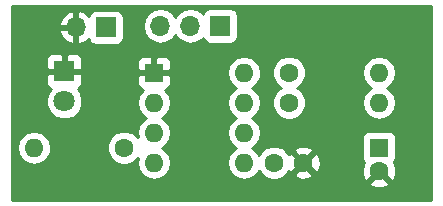
<source format=gbr>
G04 #@! TF.FileFunction,Copper,L1,Top,Signal*
%FSLAX46Y46*%
G04 Gerber Fmt 4.6, Leading zero omitted, Abs format (unit mm)*
G04 Created by KiCad (PCBNEW 4.0.7) date 01/31/18 00:14:42*
%MOMM*%
%LPD*%
G01*
G04 APERTURE LIST*
%ADD10C,0.100000*%
%ADD11R,1.700000X1.700000*%
%ADD12O,1.700000X1.700000*%
%ADD13C,1.600000*%
%ADD14R,1.600000X1.600000*%
%ADD15R,1.800000X1.800000*%
%ADD16C,1.800000*%
%ADD17O,1.600000X1.600000*%
%ADD18C,0.254000*%
G04 APERTURE END LIST*
D10*
D11*
X154686000Y-106654600D03*
D12*
X152146000Y-106654600D03*
D13*
X168910000Y-118110000D03*
X171410000Y-118110000D03*
D14*
X177800000Y-116840000D03*
D13*
X177800000Y-118840000D03*
D15*
X151155400Y-110363000D03*
D16*
X151155400Y-112903000D03*
D13*
X156210000Y-116840000D03*
D17*
X148590000Y-116840000D03*
D13*
X170180000Y-110490000D03*
D17*
X177800000Y-110490000D03*
D13*
X170180000Y-113030000D03*
D17*
X177800000Y-113030000D03*
D14*
X158750000Y-110490000D03*
D17*
X166370000Y-118110000D03*
X158750000Y-113030000D03*
X166370000Y-115570000D03*
X158750000Y-115570000D03*
X166370000Y-113030000D03*
X158750000Y-118110000D03*
X166370000Y-110490000D03*
D11*
X164363400Y-106527600D03*
D12*
X161823400Y-106527600D03*
X159283400Y-106527600D03*
D18*
G36*
X182195000Y-121235000D02*
X146735000Y-121235000D01*
X146735000Y-119847745D01*
X176971861Y-119847745D01*
X177045995Y-120093864D01*
X177583223Y-120286965D01*
X178153454Y-120259778D01*
X178554005Y-120093864D01*
X178628139Y-119847745D01*
X177800000Y-119019605D01*
X176971861Y-119847745D01*
X146735000Y-119847745D01*
X146735000Y-116840000D01*
X147126887Y-116840000D01*
X147236120Y-117389151D01*
X147547189Y-117854698D01*
X148012736Y-118165767D01*
X148561887Y-118275000D01*
X148618113Y-118275000D01*
X149167264Y-118165767D01*
X149632811Y-117854698D01*
X149943880Y-117389151D01*
X149996584Y-117124187D01*
X154774752Y-117124187D01*
X154992757Y-117651800D01*
X155396077Y-118055824D01*
X155923309Y-118274750D01*
X156494187Y-118275248D01*
X157021800Y-118057243D01*
X157365660Y-117713982D01*
X157286887Y-118110000D01*
X157396120Y-118659151D01*
X157707189Y-119124698D01*
X158172736Y-119435767D01*
X158721887Y-119545000D01*
X158778113Y-119545000D01*
X159327264Y-119435767D01*
X159792811Y-119124698D01*
X160103880Y-118659151D01*
X160213113Y-118110000D01*
X160103880Y-117560849D01*
X159792811Y-117095302D01*
X159410725Y-116840000D01*
X159792811Y-116584698D01*
X160103880Y-116119151D01*
X160213113Y-115570000D01*
X160103880Y-115020849D01*
X159792811Y-114555302D01*
X159410725Y-114300000D01*
X159792811Y-114044698D01*
X160103880Y-113579151D01*
X160213113Y-113030000D01*
X160103880Y-112480849D01*
X159792811Y-112015302D01*
X159657665Y-111925000D01*
X159676309Y-111925000D01*
X159909698Y-111828327D01*
X160088327Y-111649699D01*
X160185000Y-111416310D01*
X160185000Y-110775750D01*
X160026250Y-110617000D01*
X158877000Y-110617000D01*
X158877000Y-110637000D01*
X158623000Y-110637000D01*
X158623000Y-110617000D01*
X157473750Y-110617000D01*
X157315000Y-110775750D01*
X157315000Y-111416310D01*
X157411673Y-111649699D01*
X157590302Y-111828327D01*
X157823691Y-111925000D01*
X157842335Y-111925000D01*
X157707189Y-112015302D01*
X157396120Y-112480849D01*
X157286887Y-113030000D01*
X157396120Y-113579151D01*
X157707189Y-114044698D01*
X158089275Y-114300000D01*
X157707189Y-114555302D01*
X157396120Y-115020849D01*
X157286887Y-115570000D01*
X157365782Y-115966632D01*
X157023923Y-115624176D01*
X156496691Y-115405250D01*
X155925813Y-115404752D01*
X155398200Y-115622757D01*
X154994176Y-116026077D01*
X154775250Y-116553309D01*
X154774752Y-117124187D01*
X149996584Y-117124187D01*
X150053113Y-116840000D01*
X149943880Y-116290849D01*
X149632811Y-115825302D01*
X149167264Y-115514233D01*
X148618113Y-115405000D01*
X148561887Y-115405000D01*
X148012736Y-115514233D01*
X147547189Y-115825302D01*
X147236120Y-116290849D01*
X147126887Y-116840000D01*
X146735000Y-116840000D01*
X146735000Y-113206991D01*
X149620135Y-113206991D01*
X149853332Y-113771371D01*
X150284757Y-114203551D01*
X150848730Y-114437733D01*
X151459391Y-114438265D01*
X152023771Y-114205068D01*
X152455951Y-113773643D01*
X152690133Y-113209670D01*
X152690665Y-112599009D01*
X152457468Y-112034629D01*
X152280308Y-111857159D01*
X152415099Y-111801327D01*
X152593727Y-111622698D01*
X152690400Y-111389309D01*
X152690400Y-110648750D01*
X152531650Y-110490000D01*
X164906887Y-110490000D01*
X165016120Y-111039151D01*
X165327189Y-111504698D01*
X165709275Y-111760000D01*
X165327189Y-112015302D01*
X165016120Y-112480849D01*
X164906887Y-113030000D01*
X165016120Y-113579151D01*
X165327189Y-114044698D01*
X165709275Y-114300000D01*
X165327189Y-114555302D01*
X165016120Y-115020849D01*
X164906887Y-115570000D01*
X165016120Y-116119151D01*
X165327189Y-116584698D01*
X165709275Y-116840000D01*
X165327189Y-117095302D01*
X165016120Y-117560849D01*
X164906887Y-118110000D01*
X165016120Y-118659151D01*
X165327189Y-119124698D01*
X165792736Y-119435767D01*
X166341887Y-119545000D01*
X166398113Y-119545000D01*
X166947264Y-119435767D01*
X167412811Y-119124698D01*
X167637592Y-118788290D01*
X167692757Y-118921800D01*
X168096077Y-119325824D01*
X168623309Y-119544750D01*
X169194187Y-119545248D01*
X169721800Y-119327243D01*
X169931663Y-119117745D01*
X170581861Y-119117745D01*
X170655995Y-119363864D01*
X171193223Y-119556965D01*
X171763454Y-119529778D01*
X172164005Y-119363864D01*
X172238139Y-119117745D01*
X171410000Y-118289605D01*
X170581861Y-119117745D01*
X169931663Y-119117745D01*
X170125824Y-118923923D01*
X170153423Y-118857456D01*
X170156136Y-118864005D01*
X170402255Y-118938139D01*
X171230395Y-118110000D01*
X171589605Y-118110000D01*
X172417745Y-118938139D01*
X172663864Y-118864005D01*
X172856965Y-118326777D01*
X172829778Y-117756546D01*
X172663864Y-117355995D01*
X172417745Y-117281861D01*
X171589605Y-118110000D01*
X171230395Y-118110000D01*
X170402255Y-117281861D01*
X170156136Y-117355995D01*
X170153804Y-117362483D01*
X170127243Y-117298200D01*
X169931640Y-117102255D01*
X170581861Y-117102255D01*
X171410000Y-117930395D01*
X172238139Y-117102255D01*
X172164005Y-116856136D01*
X171626777Y-116663035D01*
X171056546Y-116690222D01*
X170655995Y-116856136D01*
X170581861Y-117102255D01*
X169931640Y-117102255D01*
X169723923Y-116894176D01*
X169196691Y-116675250D01*
X168625813Y-116674752D01*
X168098200Y-116892757D01*
X167694176Y-117296077D01*
X167637755Y-117431954D01*
X167412811Y-117095302D01*
X167030725Y-116840000D01*
X167412811Y-116584698D01*
X167723880Y-116119151D01*
X167739624Y-116040000D01*
X176352560Y-116040000D01*
X176352560Y-117640000D01*
X176396838Y-117875317D01*
X176535910Y-118091441D01*
X176542548Y-118095977D01*
X176353035Y-118623223D01*
X176380222Y-119193454D01*
X176546136Y-119594005D01*
X176792255Y-119668139D01*
X177620395Y-118840000D01*
X177606252Y-118825858D01*
X177785858Y-118646253D01*
X177800000Y-118660395D01*
X177814143Y-118646253D01*
X177993748Y-118825858D01*
X177979605Y-118840000D01*
X178807745Y-119668139D01*
X179053864Y-119594005D01*
X179246965Y-119056777D01*
X179219778Y-118486546D01*
X179057616Y-118095053D01*
X179196431Y-117891890D01*
X179247440Y-117640000D01*
X179247440Y-116040000D01*
X179203162Y-115804683D01*
X179064090Y-115588559D01*
X178851890Y-115443569D01*
X178600000Y-115392560D01*
X177000000Y-115392560D01*
X176764683Y-115436838D01*
X176548559Y-115575910D01*
X176403569Y-115788110D01*
X176352560Y-116040000D01*
X167739624Y-116040000D01*
X167833113Y-115570000D01*
X167723880Y-115020849D01*
X167412811Y-114555302D01*
X167030725Y-114300000D01*
X167412811Y-114044698D01*
X167723880Y-113579151D01*
X167833113Y-113030000D01*
X167723880Y-112480849D01*
X167412811Y-112015302D01*
X167030725Y-111760000D01*
X167412811Y-111504698D01*
X167723880Y-111039151D01*
X167776584Y-110774187D01*
X168744752Y-110774187D01*
X168962757Y-111301800D01*
X169366077Y-111705824D01*
X169496215Y-111759862D01*
X169368200Y-111812757D01*
X168964176Y-112216077D01*
X168745250Y-112743309D01*
X168744752Y-113314187D01*
X168962757Y-113841800D01*
X169366077Y-114245824D01*
X169893309Y-114464750D01*
X170464187Y-114465248D01*
X170991800Y-114247243D01*
X171395824Y-113843923D01*
X171614750Y-113316691D01*
X171615248Y-112745813D01*
X171397243Y-112218200D01*
X170993923Y-111814176D01*
X170863785Y-111760138D01*
X170991800Y-111707243D01*
X171395824Y-111303923D01*
X171614750Y-110776691D01*
X171615000Y-110490000D01*
X176336887Y-110490000D01*
X176446120Y-111039151D01*
X176757189Y-111504698D01*
X177139275Y-111760000D01*
X176757189Y-112015302D01*
X176446120Y-112480849D01*
X176336887Y-113030000D01*
X176446120Y-113579151D01*
X176757189Y-114044698D01*
X177222736Y-114355767D01*
X177771887Y-114465000D01*
X177828113Y-114465000D01*
X178377264Y-114355767D01*
X178842811Y-114044698D01*
X179153880Y-113579151D01*
X179263113Y-113030000D01*
X179153880Y-112480849D01*
X178842811Y-112015302D01*
X178460725Y-111760000D01*
X178842811Y-111504698D01*
X179153880Y-111039151D01*
X179263113Y-110490000D01*
X179153880Y-109940849D01*
X178842811Y-109475302D01*
X178377264Y-109164233D01*
X177828113Y-109055000D01*
X177771887Y-109055000D01*
X177222736Y-109164233D01*
X176757189Y-109475302D01*
X176446120Y-109940849D01*
X176336887Y-110490000D01*
X171615000Y-110490000D01*
X171615248Y-110205813D01*
X171397243Y-109678200D01*
X170993923Y-109274176D01*
X170466691Y-109055250D01*
X169895813Y-109054752D01*
X169368200Y-109272757D01*
X168964176Y-109676077D01*
X168745250Y-110203309D01*
X168744752Y-110774187D01*
X167776584Y-110774187D01*
X167833113Y-110490000D01*
X167723880Y-109940849D01*
X167412811Y-109475302D01*
X166947264Y-109164233D01*
X166398113Y-109055000D01*
X166341887Y-109055000D01*
X165792736Y-109164233D01*
X165327189Y-109475302D01*
X165016120Y-109940849D01*
X164906887Y-110490000D01*
X152531650Y-110490000D01*
X151282400Y-110490000D01*
X151282400Y-110510000D01*
X151028400Y-110510000D01*
X151028400Y-110490000D01*
X149779150Y-110490000D01*
X149620400Y-110648750D01*
X149620400Y-111389309D01*
X149717073Y-111622698D01*
X149895701Y-111801327D01*
X150030394Y-111857119D01*
X149854849Y-112032357D01*
X149620667Y-112596330D01*
X149620135Y-113206991D01*
X146735000Y-113206991D01*
X146735000Y-109336691D01*
X149620400Y-109336691D01*
X149620400Y-110077250D01*
X149779150Y-110236000D01*
X151028400Y-110236000D01*
X151028400Y-108986750D01*
X151282400Y-108986750D01*
X151282400Y-110236000D01*
X152531650Y-110236000D01*
X152690400Y-110077250D01*
X152690400Y-109563690D01*
X157315000Y-109563690D01*
X157315000Y-110204250D01*
X157473750Y-110363000D01*
X158623000Y-110363000D01*
X158623000Y-109213750D01*
X158877000Y-109213750D01*
X158877000Y-110363000D01*
X160026250Y-110363000D01*
X160185000Y-110204250D01*
X160185000Y-109563690D01*
X160088327Y-109330301D01*
X159909698Y-109151673D01*
X159676309Y-109055000D01*
X159035750Y-109055000D01*
X158877000Y-109213750D01*
X158623000Y-109213750D01*
X158464250Y-109055000D01*
X157823691Y-109055000D01*
X157590302Y-109151673D01*
X157411673Y-109330301D01*
X157315000Y-109563690D01*
X152690400Y-109563690D01*
X152690400Y-109336691D01*
X152593727Y-109103302D01*
X152415099Y-108924673D01*
X152181710Y-108828000D01*
X151441150Y-108828000D01*
X151282400Y-108986750D01*
X151028400Y-108986750D01*
X150869650Y-108828000D01*
X150129090Y-108828000D01*
X149895701Y-108924673D01*
X149717073Y-109103302D01*
X149620400Y-109336691D01*
X146735000Y-109336691D01*
X146735000Y-107011492D01*
X150704514Y-107011492D01*
X150950817Y-107535958D01*
X151379076Y-107926245D01*
X151789110Y-108096076D01*
X152019000Y-107974755D01*
X152019000Y-106781600D01*
X150825181Y-106781600D01*
X150704514Y-107011492D01*
X146735000Y-107011492D01*
X146735000Y-106297708D01*
X150704514Y-106297708D01*
X150825181Y-106527600D01*
X152019000Y-106527600D01*
X152019000Y-105334445D01*
X152273000Y-105334445D01*
X152273000Y-106527600D01*
X152293000Y-106527600D01*
X152293000Y-106781600D01*
X152273000Y-106781600D01*
X152273000Y-107974755D01*
X152502890Y-108096076D01*
X152912924Y-107926245D01*
X153215937Y-107650099D01*
X153232838Y-107739917D01*
X153371910Y-107956041D01*
X153584110Y-108101031D01*
X153836000Y-108152040D01*
X155536000Y-108152040D01*
X155771317Y-108107762D01*
X155987441Y-107968690D01*
X156132431Y-107756490D01*
X156183440Y-107504600D01*
X156183440Y-106498507D01*
X157798400Y-106498507D01*
X157798400Y-106556693D01*
X157911439Y-107124978D01*
X158233346Y-107606747D01*
X158715115Y-107928654D01*
X159283400Y-108041693D01*
X159851685Y-107928654D01*
X160333454Y-107606747D01*
X160553400Y-107277574D01*
X160773346Y-107606747D01*
X161255115Y-107928654D01*
X161823400Y-108041693D01*
X162391685Y-107928654D01*
X162873454Y-107606747D01*
X162901250Y-107565148D01*
X162910238Y-107612917D01*
X163049310Y-107829041D01*
X163261510Y-107974031D01*
X163513400Y-108025040D01*
X165213400Y-108025040D01*
X165448717Y-107980762D01*
X165664841Y-107841690D01*
X165809831Y-107629490D01*
X165860840Y-107377600D01*
X165860840Y-105677600D01*
X165816562Y-105442283D01*
X165677490Y-105226159D01*
X165465290Y-105081169D01*
X165213400Y-105030160D01*
X163513400Y-105030160D01*
X163278083Y-105074438D01*
X163061959Y-105213510D01*
X162916969Y-105425710D01*
X162903314Y-105493141D01*
X162873454Y-105448453D01*
X162391685Y-105126546D01*
X161823400Y-105013507D01*
X161255115Y-105126546D01*
X160773346Y-105448453D01*
X160553400Y-105777626D01*
X160333454Y-105448453D01*
X159851685Y-105126546D01*
X159283400Y-105013507D01*
X158715115Y-105126546D01*
X158233346Y-105448453D01*
X157911439Y-105930222D01*
X157798400Y-106498507D01*
X156183440Y-106498507D01*
X156183440Y-105804600D01*
X156139162Y-105569283D01*
X156000090Y-105353159D01*
X155787890Y-105208169D01*
X155536000Y-105157160D01*
X153836000Y-105157160D01*
X153600683Y-105201438D01*
X153384559Y-105340510D01*
X153239569Y-105552710D01*
X153217699Y-105660707D01*
X152912924Y-105382955D01*
X152502890Y-105213124D01*
X152273000Y-105334445D01*
X152019000Y-105334445D01*
X151789110Y-105213124D01*
X151379076Y-105382955D01*
X150950817Y-105773242D01*
X150704514Y-106297708D01*
X146735000Y-106297708D01*
X146735000Y-104825000D01*
X182195000Y-104825000D01*
X182195000Y-121235000D01*
X182195000Y-121235000D01*
G37*
X182195000Y-121235000D02*
X146735000Y-121235000D01*
X146735000Y-119847745D01*
X176971861Y-119847745D01*
X177045995Y-120093864D01*
X177583223Y-120286965D01*
X178153454Y-120259778D01*
X178554005Y-120093864D01*
X178628139Y-119847745D01*
X177800000Y-119019605D01*
X176971861Y-119847745D01*
X146735000Y-119847745D01*
X146735000Y-116840000D01*
X147126887Y-116840000D01*
X147236120Y-117389151D01*
X147547189Y-117854698D01*
X148012736Y-118165767D01*
X148561887Y-118275000D01*
X148618113Y-118275000D01*
X149167264Y-118165767D01*
X149632811Y-117854698D01*
X149943880Y-117389151D01*
X149996584Y-117124187D01*
X154774752Y-117124187D01*
X154992757Y-117651800D01*
X155396077Y-118055824D01*
X155923309Y-118274750D01*
X156494187Y-118275248D01*
X157021800Y-118057243D01*
X157365660Y-117713982D01*
X157286887Y-118110000D01*
X157396120Y-118659151D01*
X157707189Y-119124698D01*
X158172736Y-119435767D01*
X158721887Y-119545000D01*
X158778113Y-119545000D01*
X159327264Y-119435767D01*
X159792811Y-119124698D01*
X160103880Y-118659151D01*
X160213113Y-118110000D01*
X160103880Y-117560849D01*
X159792811Y-117095302D01*
X159410725Y-116840000D01*
X159792811Y-116584698D01*
X160103880Y-116119151D01*
X160213113Y-115570000D01*
X160103880Y-115020849D01*
X159792811Y-114555302D01*
X159410725Y-114300000D01*
X159792811Y-114044698D01*
X160103880Y-113579151D01*
X160213113Y-113030000D01*
X160103880Y-112480849D01*
X159792811Y-112015302D01*
X159657665Y-111925000D01*
X159676309Y-111925000D01*
X159909698Y-111828327D01*
X160088327Y-111649699D01*
X160185000Y-111416310D01*
X160185000Y-110775750D01*
X160026250Y-110617000D01*
X158877000Y-110617000D01*
X158877000Y-110637000D01*
X158623000Y-110637000D01*
X158623000Y-110617000D01*
X157473750Y-110617000D01*
X157315000Y-110775750D01*
X157315000Y-111416310D01*
X157411673Y-111649699D01*
X157590302Y-111828327D01*
X157823691Y-111925000D01*
X157842335Y-111925000D01*
X157707189Y-112015302D01*
X157396120Y-112480849D01*
X157286887Y-113030000D01*
X157396120Y-113579151D01*
X157707189Y-114044698D01*
X158089275Y-114300000D01*
X157707189Y-114555302D01*
X157396120Y-115020849D01*
X157286887Y-115570000D01*
X157365782Y-115966632D01*
X157023923Y-115624176D01*
X156496691Y-115405250D01*
X155925813Y-115404752D01*
X155398200Y-115622757D01*
X154994176Y-116026077D01*
X154775250Y-116553309D01*
X154774752Y-117124187D01*
X149996584Y-117124187D01*
X150053113Y-116840000D01*
X149943880Y-116290849D01*
X149632811Y-115825302D01*
X149167264Y-115514233D01*
X148618113Y-115405000D01*
X148561887Y-115405000D01*
X148012736Y-115514233D01*
X147547189Y-115825302D01*
X147236120Y-116290849D01*
X147126887Y-116840000D01*
X146735000Y-116840000D01*
X146735000Y-113206991D01*
X149620135Y-113206991D01*
X149853332Y-113771371D01*
X150284757Y-114203551D01*
X150848730Y-114437733D01*
X151459391Y-114438265D01*
X152023771Y-114205068D01*
X152455951Y-113773643D01*
X152690133Y-113209670D01*
X152690665Y-112599009D01*
X152457468Y-112034629D01*
X152280308Y-111857159D01*
X152415099Y-111801327D01*
X152593727Y-111622698D01*
X152690400Y-111389309D01*
X152690400Y-110648750D01*
X152531650Y-110490000D01*
X164906887Y-110490000D01*
X165016120Y-111039151D01*
X165327189Y-111504698D01*
X165709275Y-111760000D01*
X165327189Y-112015302D01*
X165016120Y-112480849D01*
X164906887Y-113030000D01*
X165016120Y-113579151D01*
X165327189Y-114044698D01*
X165709275Y-114300000D01*
X165327189Y-114555302D01*
X165016120Y-115020849D01*
X164906887Y-115570000D01*
X165016120Y-116119151D01*
X165327189Y-116584698D01*
X165709275Y-116840000D01*
X165327189Y-117095302D01*
X165016120Y-117560849D01*
X164906887Y-118110000D01*
X165016120Y-118659151D01*
X165327189Y-119124698D01*
X165792736Y-119435767D01*
X166341887Y-119545000D01*
X166398113Y-119545000D01*
X166947264Y-119435767D01*
X167412811Y-119124698D01*
X167637592Y-118788290D01*
X167692757Y-118921800D01*
X168096077Y-119325824D01*
X168623309Y-119544750D01*
X169194187Y-119545248D01*
X169721800Y-119327243D01*
X169931663Y-119117745D01*
X170581861Y-119117745D01*
X170655995Y-119363864D01*
X171193223Y-119556965D01*
X171763454Y-119529778D01*
X172164005Y-119363864D01*
X172238139Y-119117745D01*
X171410000Y-118289605D01*
X170581861Y-119117745D01*
X169931663Y-119117745D01*
X170125824Y-118923923D01*
X170153423Y-118857456D01*
X170156136Y-118864005D01*
X170402255Y-118938139D01*
X171230395Y-118110000D01*
X171589605Y-118110000D01*
X172417745Y-118938139D01*
X172663864Y-118864005D01*
X172856965Y-118326777D01*
X172829778Y-117756546D01*
X172663864Y-117355995D01*
X172417745Y-117281861D01*
X171589605Y-118110000D01*
X171230395Y-118110000D01*
X170402255Y-117281861D01*
X170156136Y-117355995D01*
X170153804Y-117362483D01*
X170127243Y-117298200D01*
X169931640Y-117102255D01*
X170581861Y-117102255D01*
X171410000Y-117930395D01*
X172238139Y-117102255D01*
X172164005Y-116856136D01*
X171626777Y-116663035D01*
X171056546Y-116690222D01*
X170655995Y-116856136D01*
X170581861Y-117102255D01*
X169931640Y-117102255D01*
X169723923Y-116894176D01*
X169196691Y-116675250D01*
X168625813Y-116674752D01*
X168098200Y-116892757D01*
X167694176Y-117296077D01*
X167637755Y-117431954D01*
X167412811Y-117095302D01*
X167030725Y-116840000D01*
X167412811Y-116584698D01*
X167723880Y-116119151D01*
X167739624Y-116040000D01*
X176352560Y-116040000D01*
X176352560Y-117640000D01*
X176396838Y-117875317D01*
X176535910Y-118091441D01*
X176542548Y-118095977D01*
X176353035Y-118623223D01*
X176380222Y-119193454D01*
X176546136Y-119594005D01*
X176792255Y-119668139D01*
X177620395Y-118840000D01*
X177606252Y-118825858D01*
X177785858Y-118646253D01*
X177800000Y-118660395D01*
X177814143Y-118646253D01*
X177993748Y-118825858D01*
X177979605Y-118840000D01*
X178807745Y-119668139D01*
X179053864Y-119594005D01*
X179246965Y-119056777D01*
X179219778Y-118486546D01*
X179057616Y-118095053D01*
X179196431Y-117891890D01*
X179247440Y-117640000D01*
X179247440Y-116040000D01*
X179203162Y-115804683D01*
X179064090Y-115588559D01*
X178851890Y-115443569D01*
X178600000Y-115392560D01*
X177000000Y-115392560D01*
X176764683Y-115436838D01*
X176548559Y-115575910D01*
X176403569Y-115788110D01*
X176352560Y-116040000D01*
X167739624Y-116040000D01*
X167833113Y-115570000D01*
X167723880Y-115020849D01*
X167412811Y-114555302D01*
X167030725Y-114300000D01*
X167412811Y-114044698D01*
X167723880Y-113579151D01*
X167833113Y-113030000D01*
X167723880Y-112480849D01*
X167412811Y-112015302D01*
X167030725Y-111760000D01*
X167412811Y-111504698D01*
X167723880Y-111039151D01*
X167776584Y-110774187D01*
X168744752Y-110774187D01*
X168962757Y-111301800D01*
X169366077Y-111705824D01*
X169496215Y-111759862D01*
X169368200Y-111812757D01*
X168964176Y-112216077D01*
X168745250Y-112743309D01*
X168744752Y-113314187D01*
X168962757Y-113841800D01*
X169366077Y-114245824D01*
X169893309Y-114464750D01*
X170464187Y-114465248D01*
X170991800Y-114247243D01*
X171395824Y-113843923D01*
X171614750Y-113316691D01*
X171615248Y-112745813D01*
X171397243Y-112218200D01*
X170993923Y-111814176D01*
X170863785Y-111760138D01*
X170991800Y-111707243D01*
X171395824Y-111303923D01*
X171614750Y-110776691D01*
X171615000Y-110490000D01*
X176336887Y-110490000D01*
X176446120Y-111039151D01*
X176757189Y-111504698D01*
X177139275Y-111760000D01*
X176757189Y-112015302D01*
X176446120Y-112480849D01*
X176336887Y-113030000D01*
X176446120Y-113579151D01*
X176757189Y-114044698D01*
X177222736Y-114355767D01*
X177771887Y-114465000D01*
X177828113Y-114465000D01*
X178377264Y-114355767D01*
X178842811Y-114044698D01*
X179153880Y-113579151D01*
X179263113Y-113030000D01*
X179153880Y-112480849D01*
X178842811Y-112015302D01*
X178460725Y-111760000D01*
X178842811Y-111504698D01*
X179153880Y-111039151D01*
X179263113Y-110490000D01*
X179153880Y-109940849D01*
X178842811Y-109475302D01*
X178377264Y-109164233D01*
X177828113Y-109055000D01*
X177771887Y-109055000D01*
X177222736Y-109164233D01*
X176757189Y-109475302D01*
X176446120Y-109940849D01*
X176336887Y-110490000D01*
X171615000Y-110490000D01*
X171615248Y-110205813D01*
X171397243Y-109678200D01*
X170993923Y-109274176D01*
X170466691Y-109055250D01*
X169895813Y-109054752D01*
X169368200Y-109272757D01*
X168964176Y-109676077D01*
X168745250Y-110203309D01*
X168744752Y-110774187D01*
X167776584Y-110774187D01*
X167833113Y-110490000D01*
X167723880Y-109940849D01*
X167412811Y-109475302D01*
X166947264Y-109164233D01*
X166398113Y-109055000D01*
X166341887Y-109055000D01*
X165792736Y-109164233D01*
X165327189Y-109475302D01*
X165016120Y-109940849D01*
X164906887Y-110490000D01*
X152531650Y-110490000D01*
X151282400Y-110490000D01*
X151282400Y-110510000D01*
X151028400Y-110510000D01*
X151028400Y-110490000D01*
X149779150Y-110490000D01*
X149620400Y-110648750D01*
X149620400Y-111389309D01*
X149717073Y-111622698D01*
X149895701Y-111801327D01*
X150030394Y-111857119D01*
X149854849Y-112032357D01*
X149620667Y-112596330D01*
X149620135Y-113206991D01*
X146735000Y-113206991D01*
X146735000Y-109336691D01*
X149620400Y-109336691D01*
X149620400Y-110077250D01*
X149779150Y-110236000D01*
X151028400Y-110236000D01*
X151028400Y-108986750D01*
X151282400Y-108986750D01*
X151282400Y-110236000D01*
X152531650Y-110236000D01*
X152690400Y-110077250D01*
X152690400Y-109563690D01*
X157315000Y-109563690D01*
X157315000Y-110204250D01*
X157473750Y-110363000D01*
X158623000Y-110363000D01*
X158623000Y-109213750D01*
X158877000Y-109213750D01*
X158877000Y-110363000D01*
X160026250Y-110363000D01*
X160185000Y-110204250D01*
X160185000Y-109563690D01*
X160088327Y-109330301D01*
X159909698Y-109151673D01*
X159676309Y-109055000D01*
X159035750Y-109055000D01*
X158877000Y-109213750D01*
X158623000Y-109213750D01*
X158464250Y-109055000D01*
X157823691Y-109055000D01*
X157590302Y-109151673D01*
X157411673Y-109330301D01*
X157315000Y-109563690D01*
X152690400Y-109563690D01*
X152690400Y-109336691D01*
X152593727Y-109103302D01*
X152415099Y-108924673D01*
X152181710Y-108828000D01*
X151441150Y-108828000D01*
X151282400Y-108986750D01*
X151028400Y-108986750D01*
X150869650Y-108828000D01*
X150129090Y-108828000D01*
X149895701Y-108924673D01*
X149717073Y-109103302D01*
X149620400Y-109336691D01*
X146735000Y-109336691D01*
X146735000Y-107011492D01*
X150704514Y-107011492D01*
X150950817Y-107535958D01*
X151379076Y-107926245D01*
X151789110Y-108096076D01*
X152019000Y-107974755D01*
X152019000Y-106781600D01*
X150825181Y-106781600D01*
X150704514Y-107011492D01*
X146735000Y-107011492D01*
X146735000Y-106297708D01*
X150704514Y-106297708D01*
X150825181Y-106527600D01*
X152019000Y-106527600D01*
X152019000Y-105334445D01*
X152273000Y-105334445D01*
X152273000Y-106527600D01*
X152293000Y-106527600D01*
X152293000Y-106781600D01*
X152273000Y-106781600D01*
X152273000Y-107974755D01*
X152502890Y-108096076D01*
X152912924Y-107926245D01*
X153215937Y-107650099D01*
X153232838Y-107739917D01*
X153371910Y-107956041D01*
X153584110Y-108101031D01*
X153836000Y-108152040D01*
X155536000Y-108152040D01*
X155771317Y-108107762D01*
X155987441Y-107968690D01*
X156132431Y-107756490D01*
X156183440Y-107504600D01*
X156183440Y-106498507D01*
X157798400Y-106498507D01*
X157798400Y-106556693D01*
X157911439Y-107124978D01*
X158233346Y-107606747D01*
X158715115Y-107928654D01*
X159283400Y-108041693D01*
X159851685Y-107928654D01*
X160333454Y-107606747D01*
X160553400Y-107277574D01*
X160773346Y-107606747D01*
X161255115Y-107928654D01*
X161823400Y-108041693D01*
X162391685Y-107928654D01*
X162873454Y-107606747D01*
X162901250Y-107565148D01*
X162910238Y-107612917D01*
X163049310Y-107829041D01*
X163261510Y-107974031D01*
X163513400Y-108025040D01*
X165213400Y-108025040D01*
X165448717Y-107980762D01*
X165664841Y-107841690D01*
X165809831Y-107629490D01*
X165860840Y-107377600D01*
X165860840Y-105677600D01*
X165816562Y-105442283D01*
X165677490Y-105226159D01*
X165465290Y-105081169D01*
X165213400Y-105030160D01*
X163513400Y-105030160D01*
X163278083Y-105074438D01*
X163061959Y-105213510D01*
X162916969Y-105425710D01*
X162903314Y-105493141D01*
X162873454Y-105448453D01*
X162391685Y-105126546D01*
X161823400Y-105013507D01*
X161255115Y-105126546D01*
X160773346Y-105448453D01*
X160553400Y-105777626D01*
X160333454Y-105448453D01*
X159851685Y-105126546D01*
X159283400Y-105013507D01*
X158715115Y-105126546D01*
X158233346Y-105448453D01*
X157911439Y-105930222D01*
X157798400Y-106498507D01*
X156183440Y-106498507D01*
X156183440Y-105804600D01*
X156139162Y-105569283D01*
X156000090Y-105353159D01*
X155787890Y-105208169D01*
X155536000Y-105157160D01*
X153836000Y-105157160D01*
X153600683Y-105201438D01*
X153384559Y-105340510D01*
X153239569Y-105552710D01*
X153217699Y-105660707D01*
X152912924Y-105382955D01*
X152502890Y-105213124D01*
X152273000Y-105334445D01*
X152019000Y-105334445D01*
X151789110Y-105213124D01*
X151379076Y-105382955D01*
X150950817Y-105773242D01*
X150704514Y-106297708D01*
X146735000Y-106297708D01*
X146735000Y-104825000D01*
X182195000Y-104825000D01*
X182195000Y-121235000D01*
M02*

</source>
